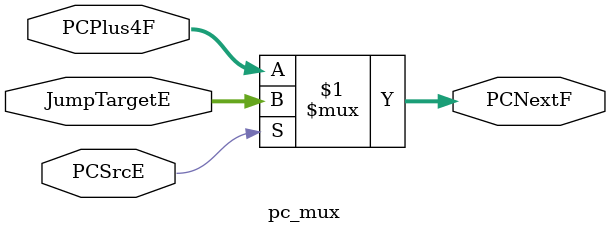
<source format=v>
module pc_mux (
    input  [31:0] PCPlus4F,
    input  [31:0] JumpTargetE,
    input         PCSrcE,
    output [31:0] PCNextF
);

    assign PCNextF = PCSrcE ? JumpTargetE : PCPlus4F;

endmodule


</source>
